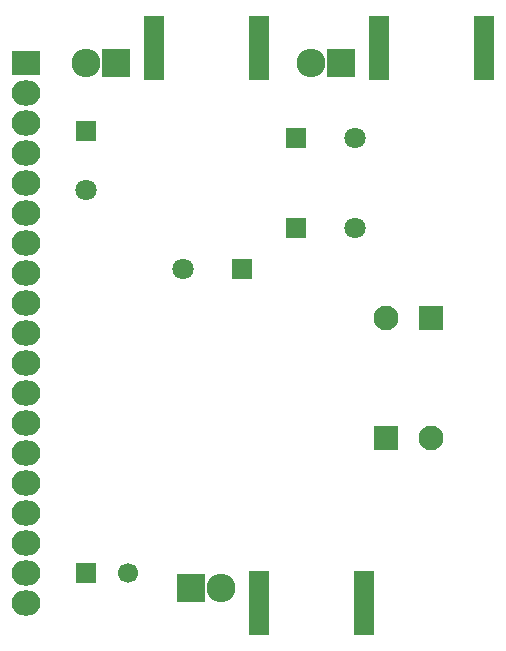
<source format=gbs>
G04 #@! TF.FileFunction,Soldermask,Bot*
%FSLAX46Y46*%
G04 Gerber Fmt 4.6, Leading zero omitted, Abs format (unit mm)*
G04 Created by KiCad (PCBNEW 4.0.4+e1-6308~48~ubuntu16.04.1-stable) date Fri Nov  4 19:46:32 2016*
%MOMM*%
%LPD*%
G01*
G04 APERTURE LIST*
%ADD10C,0.100000*%
%ADD11R,1.800000X1.800000*%
%ADD12C,1.800000*%
%ADD13R,1.670000X5.480000*%
%ADD14C,1.700000*%
%ADD15R,1.700000X1.700000*%
%ADD16R,2.432000X2.432000*%
%ADD17O,2.432000X2.432000*%
%ADD18R,2.432000X2.127200*%
%ADD19O,2.432000X2.127200*%
%ADD20C,2.099260*%
%ADD21R,2.099260X2.099260*%
G04 APERTURE END LIST*
D10*
D11*
X64770000Y-88265000D03*
D12*
X64770000Y-93265000D03*
D11*
X82550000Y-88900000D03*
D12*
X87550000Y-88900000D03*
D11*
X82550000Y-96520000D03*
D12*
X87550000Y-96520000D03*
D13*
X79375000Y-128270000D03*
X88265000Y-128270000D03*
X79375000Y-81280000D03*
X70485000Y-81280000D03*
X98425000Y-81280000D03*
X89535000Y-81280000D03*
D14*
X68270000Y-125730000D03*
D15*
X64770000Y-125730000D03*
D16*
X73660000Y-127000000D03*
D17*
X76200000Y-127000000D03*
D16*
X67310000Y-82550000D03*
D17*
X64770000Y-82550000D03*
D16*
X86360000Y-82550000D03*
D17*
X83820000Y-82550000D03*
D11*
X77978000Y-99949000D03*
D12*
X72978000Y-99949000D03*
D18*
X59690000Y-82550000D03*
D19*
X59690000Y-85090000D03*
X59690000Y-87630000D03*
X59690000Y-90170000D03*
X59690000Y-92710000D03*
X59690000Y-95250000D03*
X59690000Y-97790000D03*
X59690000Y-100330000D03*
X59690000Y-102870000D03*
X59690000Y-105410000D03*
X59690000Y-107950000D03*
X59690000Y-110490000D03*
X59690000Y-113030000D03*
X59690000Y-115570000D03*
X59690000Y-118110000D03*
X59690000Y-120650000D03*
X59690000Y-123190000D03*
X59690000Y-125730000D03*
X59690000Y-128270000D03*
D20*
X90167460Y-104139480D03*
D21*
X90167460Y-114299480D03*
D20*
X93982540Y-114300520D03*
D21*
X93982540Y-104140520D03*
M02*

</source>
